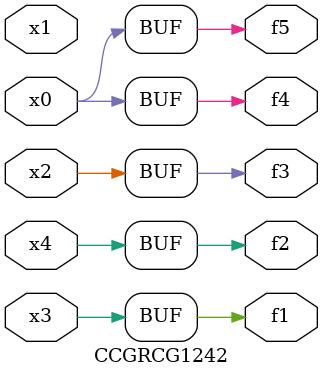
<source format=v>
module CCGRCG1242(
	input x0, x1, x2, x3, x4,
	output f1, f2, f3, f4, f5
);
	assign f1 = x3;
	assign f2 = x4;
	assign f3 = x2;
	assign f4 = x0;
	assign f5 = x0;
endmodule

</source>
